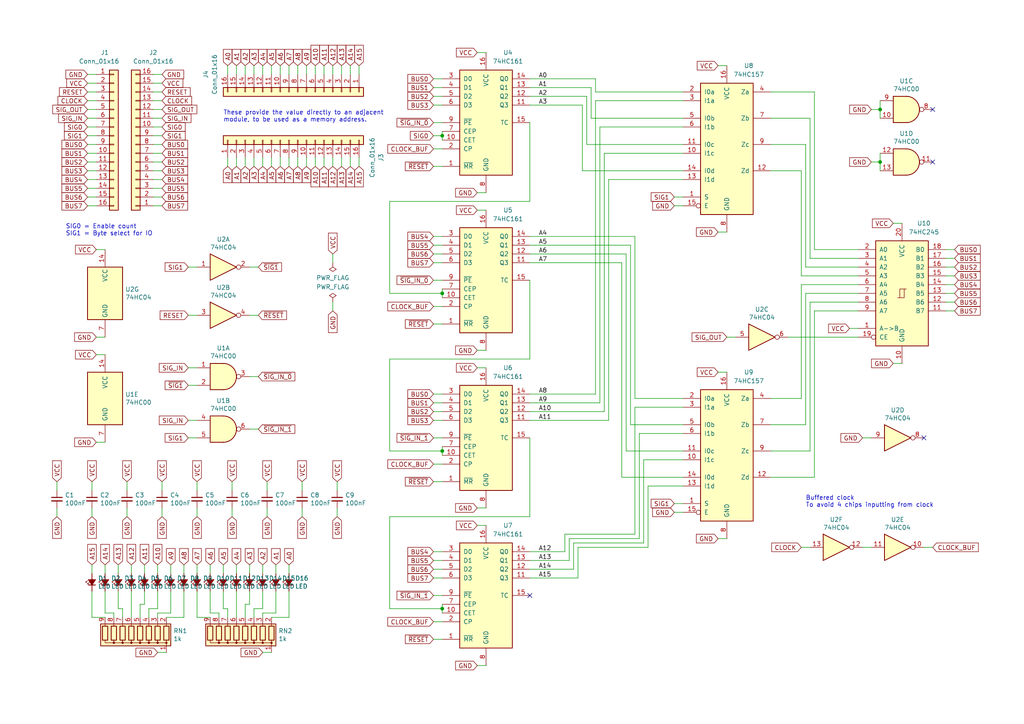
<source format=kicad_sch>
(kicad_sch (version 20230121) (generator eeschema)
  (paper "A4")
  (junction (at 128.27 39.37))
  (junction (at 255.27 31.75))
  (junction (at 128.27 130.81))
  (junction (at 128.27 176.53))
  (junction (at 255.27 46.99))
  (junction (at 128.27 85.09))
  (no_connect (at 267.97 127))
  (no_connect (at 270.51 46.99))
  (no_connect (at 270.51 31.75))
  (no_connect (at 153.67 172.72))
  (wire (pts (xy 125.73 71.12) (xy 128.27 71.12)))
  (wire (pts (xy 125.73 22.86) (xy 128.27 22.86)))
  (wire (pts (xy 167.64 167.64) (xy 167.64 158.75)))
  (wire (pts (xy 44.45 52.07) (xy 46.99 52.07)))
  (wire (pts (xy 138.43 15.24) (xy 140.97 15.24)))
  (wire (pts (xy 93.98 48.26) (xy 93.98 45.72)))
  (wire (pts (xy 44.45 34.29) (xy 46.99 34.29)))
  (wire (pts (xy 88.9 48.26) (xy 88.9 45.72)))
  (wire (pts (xy 25.4 34.29) (xy 27.94 34.29)))
  (wire (pts (xy 208.28 156.21) (xy 210.82 156.21)))
  (wire (pts (xy 73.66 21.59) (xy 73.66 19.05)))
  (wire (pts (xy 255.27 31.75) (xy 252.73 31.75)))
  (wire (pts (xy 232.41 49.53) (xy 232.41 80.01)))
  (wire (pts (xy 248.92 77.47) (xy 233.68 77.47)))
  (wire (pts (xy 44.45 49.53) (xy 46.99 49.53)))
  (wire (pts (xy 125.73 121.92) (xy 128.27 121.92)))
  (wire (pts (xy 232.41 158.75) (xy 234.95 158.75)))
  (wire (pts (xy 60.96 177.8) (xy 63.5 177.8)))
  (wire (pts (xy 128.27 86.36) (xy 128.27 85.09)))
  (wire (pts (xy 53.34 179.07) (xy 48.26 179.07)))
  (wire (pts (xy 184.15 118.11) (xy 198.12 118.11)))
  (wire (pts (xy 49.53 171.45) (xy 49.53 177.8)))
  (wire (pts (xy 76.2 163.83) (xy 76.2 166.37)))
  (wire (pts (xy 83.82 21.59) (xy 83.82 19.05)))
  (wire (pts (xy 25.4 57.15) (xy 27.94 57.15)))
  (wire (pts (xy 186.69 133.35) (xy 198.12 133.35)))
  (wire (pts (xy 128.27 130.81) (xy 113.03 130.81)))
  (wire (pts (xy 153.67 114.3) (xy 172.72 114.3)))
  (wire (pts (xy 223.52 130.81) (xy 234.95 130.81)))
  (wire (pts (xy 187.96 158.75) (xy 187.96 140.97)))
  (wire (pts (xy 66.04 48.26) (xy 66.04 45.72)))
  (wire (pts (xy 41.91 163.83) (xy 41.91 166.37)))
  (wire (pts (xy 16.51 149.86) (xy 16.51 147.32)))
  (wire (pts (xy 44.45 26.67) (xy 46.99 26.67)))
  (wire (pts (xy 97.79 139.7) (xy 97.79 142.24)))
  (wire (pts (xy 33.02 177.8) (xy 33.02 179.07)))
  (wire (pts (xy 104.14 48.26) (xy 104.14 45.72)))
  (wire (pts (xy 88.9 21.59) (xy 88.9 19.05)))
  (wire (pts (xy 153.67 116.84) (xy 173.99 116.84)))
  (wire (pts (xy 172.72 29.21) (xy 198.12 29.21)))
  (wire (pts (xy 168.91 49.53) (xy 198.12 49.53)))
  (wire (pts (xy 57.15 163.83) (xy 57.15 166.37)))
  (wire (pts (xy 184.15 154.94) (xy 184.15 118.11)))
  (wire (pts (xy 78.74 21.59) (xy 78.74 19.05)))
  (wire (pts (xy 259.08 64.77) (xy 261.62 64.77)))
  (wire (pts (xy 232.41 80.01) (xy 248.92 80.01)))
  (wire (pts (xy 44.45 54.61) (xy 46.99 54.61)))
  (wire (pts (xy 25.4 39.37) (xy 27.94 39.37)))
  (wire (pts (xy 96.52 90.17) (xy 96.52 87.63)))
  (wire (pts (xy 236.22 90.17) (xy 248.92 90.17)))
  (wire (pts (xy 99.06 48.26) (xy 99.06 45.72)))
  (wire (pts (xy 274.32 85.09) (xy 276.86 85.09)))
  (wire (pts (xy 64.77 176.53) (xy 66.04 176.53)))
  (wire (pts (xy 25.4 41.91) (xy 27.94 41.91)))
  (wire (pts (xy 125.73 172.72) (xy 128.27 172.72)))
  (wire (pts (xy 74.93 91.44) (xy 72.39 91.44)))
  (wire (pts (xy 45.72 177.8) (xy 45.72 179.07)))
  (wire (pts (xy 176.53 52.07) (xy 198.12 52.07)))
  (wire (pts (xy 172.72 22.86) (xy 172.72 26.67)))
  (wire (pts (xy 25.4 31.75) (xy 27.94 31.75)))
  (wire (pts (xy 83.82 171.45) (xy 83.82 179.07)))
  (wire (pts (xy 77.47 149.86) (xy 77.47 147.32)))
  (wire (pts (xy 44.45 24.13) (xy 46.99 24.13)))
  (wire (pts (xy 185.42 125.73) (xy 198.12 125.73)))
  (wire (pts (xy 163.83 160.02) (xy 163.83 154.94)))
  (wire (pts (xy 153.67 149.86) (xy 113.03 149.86)))
  (wire (pts (xy 187.96 140.97) (xy 198.12 140.97)))
  (wire (pts (xy 173.99 36.83) (xy 198.12 36.83)))
  (wire (pts (xy 25.4 26.67) (xy 27.94 26.67)))
  (wire (pts (xy 57.15 139.7) (xy 57.15 142.24)))
  (wire (pts (xy 45.72 163.83) (xy 45.72 166.37)))
  (wire (pts (xy 153.67 22.86) (xy 172.72 22.86)))
  (wire (pts (xy 73.66 176.53) (xy 73.66 179.07)))
  (wire (pts (xy 44.45 41.91) (xy 46.99 41.91)))
  (wire (pts (xy 71.12 175.26) (xy 71.12 179.07)))
  (wire (pts (xy 125.73 48.26) (xy 128.27 48.26)))
  (wire (pts (xy 96.52 48.26) (xy 96.52 45.72)))
  (wire (pts (xy 246.38 95.25) (xy 248.92 95.25)))
  (wire (pts (xy 213.36 97.79) (xy 210.82 97.79)))
  (wire (pts (xy 171.45 25.4) (xy 171.45 34.29)))
  (wire (pts (xy 125.73 93.98) (xy 128.27 93.98)))
  (wire (pts (xy 45.72 176.53) (xy 43.18 176.53)))
  (wire (pts (xy 76.2 177.8) (xy 76.2 179.07)))
  (wire (pts (xy 173.99 116.84) (xy 173.99 36.83)))
  (wire (pts (xy 38.1 171.45) (xy 38.1 179.07)))
  (wire (pts (xy 153.67 76.2) (xy 180.34 76.2)))
  (wire (pts (xy 101.6 21.59) (xy 101.6 19.05)))
  (wire (pts (xy 184.15 68.58) (xy 184.15 115.57)))
  (wire (pts (xy 125.73 25.4) (xy 128.27 25.4)))
  (wire (pts (xy 25.4 54.61) (xy 27.94 54.61)))
  (wire (pts (xy 234.95 74.93) (xy 248.92 74.93)))
  (wire (pts (xy 195.58 57.15) (xy 198.12 57.15)))
  (wire (pts (xy 153.67 127) (xy 153.67 149.86)))
  (wire (pts (xy 165.1 162.56) (xy 165.1 156.21)))
  (wire (pts (xy 44.45 46.99) (xy 46.99 46.99)))
  (wire (pts (xy 113.03 104.14) (xy 113.03 130.81)))
  (wire (pts (xy 232.41 115.57) (xy 232.41 82.55)))
  (wire (pts (xy 125.73 39.37) (xy 128.27 39.37)))
  (wire (pts (xy 153.67 167.64) (xy 167.64 167.64)))
  (wire (pts (xy 57.15 179.07) (xy 60.96 179.07)))
  (wire (pts (xy 125.73 27.94) (xy 128.27 27.94)))
  (wire (pts (xy 128.27 132.08) (xy 128.27 130.81)))
  (wire (pts (xy 26.67 179.07) (xy 30.48 179.07)))
  (wire (pts (xy 46.99 149.86) (xy 46.99 147.32)))
  (wire (pts (xy 125.73 76.2) (xy 128.27 76.2)))
  (wire (pts (xy 153.67 35.56) (xy 153.67 58.42)))
  (wire (pts (xy 35.56 176.53) (xy 35.56 179.07)))
  (wire (pts (xy 208.28 107.95) (xy 210.82 107.95)))
  (wire (pts (xy 165.1 156.21) (xy 185.42 156.21)))
  (wire (pts (xy 99.06 21.59) (xy 99.06 19.05)))
  (wire (pts (xy 233.68 77.47) (xy 233.68 41.91)))
  (wire (pts (xy 96.52 73.66) (xy 96.52 76.2)))
  (wire (pts (xy 274.32 87.63) (xy 276.86 87.63)))
  (wire (pts (xy 68.58 48.26) (xy 68.58 45.72)))
  (wire (pts (xy 248.92 72.39) (xy 236.22 72.39)))
  (wire (pts (xy 125.73 167.64) (xy 128.27 167.64)))
  (wire (pts (xy 34.29 176.53) (xy 35.56 176.53)))
  (wire (pts (xy 153.67 58.42) (xy 113.03 58.42)))
  (wire (pts (xy 81.28 21.59) (xy 81.28 19.05)))
  (wire (pts (xy 168.91 30.48) (xy 168.91 49.53)))
  (wire (pts (xy 64.77 171.45) (xy 64.77 176.53)))
  (wire (pts (xy 255.27 29.21) (xy 255.27 31.75)))
  (wire (pts (xy 128.27 85.09) (xy 113.03 85.09)))
  (wire (pts (xy 27.94 128.27) (xy 30.48 128.27)))
  (wire (pts (xy 26.67 163.83) (xy 26.67 166.37)))
  (wire (pts (xy 34.29 171.45) (xy 34.29 176.53)))
  (wire (pts (xy 208.28 67.31) (xy 210.82 67.31)))
  (wire (pts (xy 236.22 72.39) (xy 236.22 26.67)))
  (wire (pts (xy 45.72 189.23) (xy 48.26 189.23)))
  (wire (pts (xy 91.44 21.59) (xy 91.44 19.05)))
  (wire (pts (xy 125.73 160.02) (xy 128.27 160.02)))
  (wire (pts (xy 170.18 27.94) (xy 170.18 41.91)))
  (wire (pts (xy 54.61 121.92) (xy 57.15 121.92)))
  (wire (pts (xy 125.73 35.56) (xy 128.27 35.56)))
  (wire (pts (xy 163.83 154.94) (xy 184.15 154.94)))
  (wire (pts (xy 125.73 139.7) (xy 128.27 139.7)))
  (wire (pts (xy 73.66 48.26) (xy 73.66 45.72)))
  (wire (pts (xy 68.58 163.83) (xy 68.58 166.37)))
  (wire (pts (xy 26.67 171.45) (xy 26.67 179.07)))
  (wire (pts (xy 36.83 149.86) (xy 36.83 147.32)))
  (wire (pts (xy 232.41 82.55) (xy 248.92 82.55)))
  (wire (pts (xy 125.73 43.18) (xy 128.27 43.18)))
  (wire (pts (xy 125.73 162.56) (xy 128.27 162.56)))
  (wire (pts (xy 175.26 119.38) (xy 175.26 44.45)))
  (wire (pts (xy 26.67 149.86) (xy 26.67 147.32)))
  (wire (pts (xy 181.61 73.66) (xy 181.61 130.81)))
  (wire (pts (xy 223.52 138.43) (xy 236.22 138.43)))
  (wire (pts (xy 138.43 106.68) (xy 140.97 106.68)))
  (wire (pts (xy 76.2 176.53) (xy 73.66 176.53)))
  (wire (pts (xy 25.4 29.21) (xy 27.94 29.21)))
  (wire (pts (xy 57.15 149.86) (xy 57.15 147.32)))
  (wire (pts (xy 54.61 77.47) (xy 57.15 77.47)))
  (wire (pts (xy 53.34 163.83) (xy 53.34 166.37)))
  (wire (pts (xy 25.4 44.45) (xy 27.94 44.45)))
  (wire (pts (xy 234.95 34.29) (xy 234.95 74.93)))
  (wire (pts (xy 153.67 27.94) (xy 170.18 27.94)))
  (wire (pts (xy 30.48 177.8) (xy 33.02 177.8)))
  (wire (pts (xy 128.27 39.37) (xy 128.27 40.64)))
  (wire (pts (xy 128.27 176.53) (xy 113.03 176.53)))
  (wire (pts (xy 267.97 158.75) (xy 270.51 158.75)))
  (wire (pts (xy 57.15 171.45) (xy 57.15 179.07)))
  (wire (pts (xy 138.43 152.4) (xy 140.97 152.4)))
  (wire (pts (xy 125.73 114.3) (xy 128.27 114.3)))
  (wire (pts (xy 153.67 162.56) (xy 165.1 162.56)))
  (wire (pts (xy 76.2 48.26) (xy 76.2 45.72)))
  (wire (pts (xy 80.01 171.45) (xy 80.01 177.8)))
  (wire (pts (xy 153.67 160.02) (xy 163.83 160.02)))
  (wire (pts (xy 54.61 111.76) (xy 57.15 111.76)))
  (wire (pts (xy 27.94 97.79) (xy 30.48 97.79)))
  (wire (pts (xy 26.67 139.7) (xy 26.67 142.24)))
  (wire (pts (xy 54.61 127) (xy 57.15 127)))
  (wire (pts (xy 182.88 71.12) (xy 153.67 71.12)))
  (wire (pts (xy 44.45 21.59) (xy 46.99 21.59)))
  (wire (pts (xy 83.82 179.07) (xy 78.74 179.07)))
  (wire (pts (xy 236.22 26.67) (xy 223.52 26.67)))
  (wire (pts (xy 30.48 171.45) (xy 30.48 177.8)))
  (wire (pts (xy 83.82 48.26) (xy 83.82 45.72)))
  (wire (pts (xy 223.52 123.19) (xy 233.68 123.19)))
  (wire (pts (xy 77.47 139.7) (xy 77.47 142.24)))
  (wire (pts (xy 44.45 44.45) (xy 46.99 44.45)))
  (wire (pts (xy 274.32 77.47) (xy 276.86 77.47)))
  (wire (pts (xy 274.32 74.93) (xy 276.86 74.93)))
  (wire (pts (xy 128.27 176.53) (xy 128.27 175.26)))
  (wire (pts (xy 223.52 115.57) (xy 232.41 115.57)))
  (wire (pts (xy 228.6 97.79) (xy 248.92 97.79)))
  (wire (pts (xy 274.32 80.01) (xy 276.86 80.01)))
  (wire (pts (xy 66.04 176.53) (xy 66.04 179.07)))
  (wire (pts (xy 170.18 41.91) (xy 198.12 41.91)))
  (wire (pts (xy 41.91 171.45) (xy 41.91 175.26)))
  (wire (pts (xy 101.6 48.26) (xy 101.6 45.72)))
  (wire (pts (xy 153.67 121.92) (xy 176.53 121.92)))
  (wire (pts (xy 234.95 87.63) (xy 248.92 87.63)))
  (wire (pts (xy 43.18 176.53) (xy 43.18 179.07)))
  (wire (pts (xy 72.39 175.26) (xy 71.12 175.26)))
  (wire (pts (xy 40.64 175.26) (xy 40.64 179.07)))
  (wire (pts (xy 198.12 130.81) (xy 181.61 130.81)))
  (wire (pts (xy 27.94 72.39) (xy 30.48 72.39)))
  (wire (pts (xy 274.32 90.17) (xy 276.86 90.17)))
  (wire (pts (xy 166.37 165.1) (xy 166.37 157.48)))
  (wire (pts (xy 125.73 180.34) (xy 128.27 180.34)))
  (wire (pts (xy 153.67 68.58) (xy 184.15 68.58)))
  (wire (pts (xy 25.4 52.07) (xy 27.94 52.07)))
  (wire (pts (xy 223.52 49.53) (xy 232.41 49.53)))
  (wire (pts (xy 153.67 104.14) (xy 113.03 104.14)))
  (wire (pts (xy 80.01 177.8) (xy 76.2 177.8)))
  (wire (pts (xy 41.91 175.26) (xy 40.64 175.26)))
  (wire (pts (xy 223.52 34.29) (xy 234.95 34.29)))
  (wire (pts (xy 274.32 72.39) (xy 276.86 72.39)))
  (wire (pts (xy 138.43 193.04) (xy 140.97 193.04)))
  (wire (pts (xy 138.43 147.32) (xy 140.97 147.32)))
  (wire (pts (xy 125.73 185.42) (xy 128.27 185.42)))
  (wire (pts (xy 167.64 158.75) (xy 187.96 158.75)))
  (wire (pts (xy 128.27 39.37) (xy 128.27 38.1)))
  (wire (pts (xy 250.19 127) (xy 252.73 127)))
  (wire (pts (xy 274.32 82.55) (xy 276.86 82.55)))
  (wire (pts (xy 153.67 165.1) (xy 166.37 165.1)))
  (wire (pts (xy 87.63 139.7) (xy 87.63 142.24)))
  (wire (pts (xy 236.22 138.43) (xy 236.22 90.17)))
  (wire (pts (xy 234.95 130.81) (xy 234.95 87.63)))
  (wire (pts (xy 125.73 119.38) (xy 128.27 119.38)))
  (wire (pts (xy 36.83 139.7) (xy 36.83 142.24)))
  (wire (pts (xy 96.52 21.59) (xy 96.52 19.05)))
  (wire (pts (xy 74.93 124.46) (xy 72.39 124.46)))
  (wire (pts (xy 125.73 116.84) (xy 128.27 116.84)))
  (wire (pts (xy 83.82 163.83) (xy 83.82 166.37)))
  (wire (pts (xy 168.91 30.48) (xy 153.67 30.48)))
  (wire (pts (xy 125.73 127) (xy 128.27 127)))
  (wire (pts (xy 198.12 123.19) (xy 182.88 123.19)))
  (wire (pts (xy 176.53 121.92) (xy 176.53 52.07)))
  (wire (pts (xy 182.88 71.12) (xy 182.88 123.19)))
  (wire (pts (xy 180.34 138.43) (xy 198.12 138.43)))
  (wire (pts (xy 125.73 73.66) (xy 128.27 73.66)))
  (wire (pts (xy 76.2 21.59) (xy 76.2 19.05)))
  (wire (pts (xy 93.98 21.59) (xy 93.98 19.05)))
  (wire (pts (xy 63.5 177.8) (xy 63.5 179.07)))
  (wire (pts (xy 67.31 149.86) (xy 67.31 147.32)))
  (wire (pts (xy 34.29 163.83) (xy 34.29 166.37)))
  (wire (pts (xy 54.61 106.68) (xy 57.15 106.68)))
  (wire (pts (xy 71.12 21.59) (xy 71.12 19.05)))
  (wire (pts (xy 44.45 31.75) (xy 46.99 31.75)))
  (wire (pts (xy 125.73 68.58) (xy 128.27 68.58)))
  (wire (pts (xy 87.63 149.86) (xy 87.63 147.32)))
  (wire (pts (xy 60.96 171.45) (xy 60.96 177.8)))
  (wire (pts (xy 153.67 81.28) (xy 153.67 104.14)))
  (wire (pts (xy 76.2 171.45) (xy 76.2 176.53)))
  (wire (pts (xy 80.01 163.83) (xy 80.01 166.37)))
  (wire (pts (xy 195.58 59.69) (xy 198.12 59.69)))
  (wire (pts (xy 72.39 171.45) (xy 72.39 175.26)))
  (wire (pts (xy 49.53 177.8) (xy 45.72 177.8)))
  (wire (pts (xy 72.39 163.83) (xy 72.39 166.37)))
  (wire (pts (xy 91.44 48.26) (xy 91.44 45.72)))
  (wire (pts (xy 113.03 149.86) (xy 113.03 176.53)))
  (wire (pts (xy 25.4 49.53) (xy 27.94 49.53)))
  (wire (pts (xy 76.2 189.23) (xy 78.74 189.23)))
  (wire (pts (xy 172.72 26.67) (xy 198.12 26.67)))
  (wire (pts (xy 54.61 91.44) (xy 57.15 91.44)))
  (wire (pts (xy 125.73 81.28) (xy 128.27 81.28)))
  (wire (pts (xy 104.14 21.59) (xy 104.14 19.05)))
  (wire (pts (xy 53.34 171.45) (xy 53.34 179.07)))
  (wire (pts (xy 44.45 57.15) (xy 46.99 57.15)))
  (wire (pts (xy 27.94 102.87) (xy 30.48 102.87)))
  (wire (pts (xy 74.93 77.47) (xy 72.39 77.47)))
  (wire (pts (xy 67.31 139.7) (xy 67.31 142.24)))
  (wire (pts (xy 172.72 114.3) (xy 172.72 29.21)))
  (wire (pts (xy 255.27 31.75) (xy 255.27 34.29)))
  (wire (pts (xy 44.45 36.83) (xy 46.99 36.83)))
  (wire (pts (xy 81.28 48.26) (xy 81.28 45.72)))
  (wire (pts (xy 195.58 148.59) (xy 198.12 148.59)))
  (wire (pts (xy 233.68 85.09) (xy 248.92 85.09)))
  (wire (pts (xy 49.53 163.83) (xy 49.53 166.37)))
  (wire (pts (xy 44.45 59.69) (xy 46.99 59.69)))
  (wire (pts (xy 25.4 24.13) (xy 27.94 24.13)))
  (wire (pts (xy 255.27 46.99) (xy 252.73 46.99)))
  (wire (pts (xy 128.27 177.8) (xy 128.27 176.53)))
  (wire (pts (xy 185.42 156.21) (xy 185.42 125.73)))
  (wire (pts (xy 138.43 55.88) (xy 140.97 55.88)))
  (wire (pts (xy 86.36 48.26) (xy 86.36 45.72)))
  (wire (pts (xy 16.51 139.7) (xy 16.51 142.24)))
  (wire (pts (xy 125.73 30.48) (xy 128.27 30.48)))
  (wire (pts (xy 250.19 158.75) (xy 252.73 158.75)))
  (wire (pts (xy 125.73 88.9) (xy 128.27 88.9)))
  (wire (pts (xy 138.43 101.6) (xy 140.97 101.6)))
  (wire (pts (xy 66.04 19.05) (xy 66.04 21.59)))
  (wire (pts (xy 44.45 29.21) (xy 46.99 29.21)))
  (wire (pts (xy 181.61 73.66) (xy 153.67 73.66)))
  (wire (pts (xy 184.15 115.57) (xy 198.12 115.57)))
  (wire (pts (xy 71.12 48.26) (xy 71.12 45.72)))
  (wire (pts (xy 259.08 105.41) (xy 261.62 105.41)))
  (wire (pts (xy 64.77 163.83) (xy 64.77 166.37)))
  (wire (pts (xy 44.45 39.37) (xy 46.99 39.37)))
  (wire (pts (xy 78.74 48.26) (xy 78.74 45.72)))
  (wire (pts (xy 186.69 157.48) (xy 186.69 133.35)))
  (wire (pts (xy 166.37 157.48) (xy 186.69 157.48)))
  (wire (pts (xy 255.27 44.45) (xy 255.27 46.99)))
  (wire (pts (xy 25.4 21.59) (xy 27.94 21.59)))
  (wire (pts (xy 128.27 85.09) (xy 128.27 83.82)))
  (wire (pts (xy 25.4 36.83) (xy 27.94 36.83)))
  (wire (pts (xy 25.4 46.99) (xy 27.94 46.99)))
  (wire (pts (xy 25.4 59.69) (xy 27.94 59.69)))
  (wire (pts (xy 171.45 25.4) (xy 153.67 25.4)))
  (wire (pts (xy 86.36 21.59) (xy 86.36 19.05)))
  (wire (pts (xy 128.27 130.81) (xy 128.27 129.54)))
  (wire (pts (xy 113.03 58.42) (xy 113.03 85.09)))
  (wire (pts (xy 125.73 165.1) (xy 128.27 165.1)))
  (wire (pts (xy 125.73 134.62) (xy 128.27 134.62)))
  (wire (pts (xy 97.79 149.86) (xy 97.79 147.32)))
  (wire (pts (xy 255.27 46.99) (xy 255.27 49.53)))
  (wire (pts (xy 175.26 44.45) (xy 198.12 44.45)))
  (wire (pts (xy 38.1 163.83) (xy 38.1 166.37)))
  (wire (pts (xy 233.68 123.19) (xy 233.68 85.09)))
  (wire (pts (xy 208.28 19.05) (xy 210.82 19.05)))
  (wire (pts (xy 45.72 171.45) (xy 45.72 176.53)))
  (wire (pts (xy 30.48 163.83) (xy 30.48 166.37)))
  (wire (pts (xy 153.67 119.38) (xy 175.26 119.38)))
  (wire (pts (xy 46.99 139.7) (xy 46.99 142.24)))
  (wire (pts (xy 171.45 34.29) (xy 198.12 34.29)))
  (wire (pts (xy 138.43 60.96) (xy 140.97 60.96)))
  (wire (pts (xy 68.58 19.05) (xy 68.58 21.59)))
  (wire (pts (xy 233.68 41.91) (xy 223.52 41.91)))
  (wire (pts (xy 195.58 146.05) (xy 198.12 146.05)))
  (wire (pts (xy 68.58 171.45) (xy 68.58 179.07)))
  (wire (pts (xy 180.34 76.2) (xy 180.34 138.43)))
  (wire (pts (xy 60.96 163.83) (xy 60.96 166.37)))
  (wire (pts (xy 74.93 109.22) (xy 72.39 109.22)))
  (text "Buffered clock\nTo avoid 4 chips inputting from clock" (at 233.68 147.32 0) (effects (font (size 1.27 1.27)) (justify left bottom)))
  (text "SIG0 = Enable count\nSIG1 = Byte select for IO" (at 19.05 68.58 0) (effects (font (size 1.27 1.27)) (justify left bottom)))
  (text "These provide the value directly to an adjacent\nmodule, to be used as a memory address." (at 64.77 35.56 0) (effects (font (size 1.27 1.27)) (justify left bottom)))
  (label "A1" (at 156.21 25.4 0))
  (label "A15" (at 156.21 167.64 0))
  (label "A0" (at 156.21 22.86 0))
  (label "A12" (at 156.21 160.02 0))
  (label "A9" (at 156.21 116.84 0))
  (label "A7" (at 156.21 76.2 0))
  (label "A5" (at 156.21 71.12 0))
  (label "A14" (at 156.21 165.1 0))
  (label "A8" (at 156.21 114.3 0))
  (label "A10" (at 156.21 119.38 0))
  (label "A4" (at 156.21 68.58 0))
  (label "A11" (at 156.21 121.92 0))
  (label "A2" (at 156.21 27.94 0))
  (label "A13" (at 156.21 162.56 0))
  (label "A3" (at 156.21 30.48 0))
  (label "A6" (at 156.21 73.66 0))
  (global_label "~{SIG_IN_1}" (shape input) (at 74.93 124.46 0) (property "Intersheetrefs" "${INTERSHEET_REFS}" (effects hide)))
  (global_label "CLOCK_BUF" (shape input) (at 270.51 158.75 0) (property "Intersheetrefs" "${INTERSHEET_REFS}" (effects hide)))
  (global_label "A15" (shape input) (at 104.14 19.05 90) (property "Intersheetrefs" "${INTERSHEET_REFS}" (effects hide)))
  (global_label "GND" (shape input) (at 252.73 46.99 180) (property "Intersheetrefs" "${INTERSHEET_REFS}" (effects hide)))
  (global_label "A0" (shape input) (at 83.82 163.83 90) (property "Intersheetrefs" "${INTERSHEET_REFS}" (effects hide)))
  (global_label "BUS1" (shape input) (at 25.4 44.45 180) (property "Intersheetrefs" "${INTERSHEET_REFS}" (effects hide)))
  (global_label "BUS2" (shape input) (at 25.4 46.99 180) (property "Intersheetrefs" "${INTERSHEET_REFS}" (effects hide)))
  (global_label "~{RESET}" (shape input) (at 125.73 93.98 180) (property "Intersheetrefs" "${INTERSHEET_REFS}" (effects hide)))
  (global_label "SIG_IN" (shape input) (at 25.4 34.29 180) (property "Intersheetrefs" "${INTERSHEET_REFS}" (effects hide)))
  (global_label "GND" (shape input) (at 138.43 147.32 180) (property "Intersheetrefs" "${INTERSHEET_REFS}" (effects hide)))
  (global_label "SIG_OUT" (shape input) (at 25.4 31.75 180) (property "Intersheetrefs" "${INTERSHEET_REFS}" (effects hide)))
  (global_label "A1" (shape input) (at 80.01 163.83 90) (property "Intersheetrefs" "${INTERSHEET_REFS}" (effects hide)))
  (global_label "GND" (shape input) (at 208.28 67.31 180) (property "Intersheetrefs" "${INTERSHEET_REFS}" (effects hide)))
  (global_label "VCC" (shape input) (at 138.43 15.24 180) (property "Intersheetrefs" "${INTERSHEET_REFS}" (effects hide)))
  (global_label "A14" (shape input) (at 30.48 163.83 90) (property "Intersheetrefs" "${INTERSHEET_REFS}" (effects hide)))
  (global_label "CLOCK" (shape input) (at 232.41 158.75 180) (property "Intersheetrefs" "${INTERSHEET_REFS}" (effects hide)))
  (global_label "~{SIG1}" (shape input) (at 74.93 77.47 0) (property "Intersheetrefs" "${INTERSHEET_REFS}" (effects hide)))
  (global_label "BUS2" (shape input) (at 46.99 46.99 0) (property "Intersheetrefs" "${INTERSHEET_REFS}" (effects hide)))
  (global_label "VCC" (shape input) (at 246.38 95.25 180) (property "Intersheetrefs" "${INTERSHEET_REFS}" (effects hide)))
  (global_label "A0" (shape input) (at 66.04 48.26 270) (property "Intersheetrefs" "${INTERSHEET_REFS}" (effects hide)))
  (global_label "GND" (shape input) (at 96.52 90.17 270) (property "Intersheetrefs" "${INTERSHEET_REFS}" (effects hide)))
  (global_label "BUS7" (shape input) (at 46.99 59.69 0) (property "Intersheetrefs" "${INTERSHEET_REFS}" (effects hide)))
  (global_label "BUS5" (shape input) (at 125.73 71.12 180) (property "Intersheetrefs" "${INTERSHEET_REFS}" (effects hide)))
  (global_label "BUS6" (shape input) (at 25.4 57.15 180) (property "Intersheetrefs" "${INTERSHEET_REFS}" (effects hide)))
  (global_label "GND" (shape input) (at 46.99 21.59 0) (property "Intersheetrefs" "${INTERSHEET_REFS}" (effects hide)))
  (global_label "BUS0" (shape input) (at 276.86 72.39 0) (property "Intersheetrefs" "${INTERSHEET_REFS}" (effects hide)))
  (global_label "~{RESET}" (shape input) (at 125.73 185.42 180) (property "Intersheetrefs" "${INTERSHEET_REFS}" (effects hide)))
  (global_label "~{SIG_IN_0}" (shape input) (at 125.73 35.56 180) (property "Intersheetrefs" "${INTERSHEET_REFS}" (effects hide)))
  (global_label "GND" (shape input) (at 252.73 31.75 180) (property "Intersheetrefs" "${INTERSHEET_REFS}" (effects hide)))
  (global_label "A15" (shape input) (at 104.14 48.26 270) (property "Intersheetrefs" "${INTERSHEET_REFS}" (effects hide)))
  (global_label "GND" (shape input) (at 27.94 128.27 180) (property "Intersheetrefs" "${INTERSHEET_REFS}" (effects hide)))
  (global_label "A7" (shape input) (at 83.82 19.05 90) (property "Intersheetrefs" "${INTERSHEET_REFS}" (effects hide)))
  (global_label "CLOCK" (shape input) (at 25.4 29.21 180) (property "Intersheetrefs" "${INTERSHEET_REFS}" (effects hide)))
  (global_label "~{SIG_IN_0}" (shape input) (at 74.93 109.22 0) (property "Intersheetrefs" "${INTERSHEET_REFS}" (effects hide)))
  (global_label "BUS4" (shape input) (at 276.86 82.55 0) (property "Intersheetrefs" "${INTERSHEET_REFS}" (effects hide)))
  (global_label "SIG_IN" (shape input) (at 54.61 121.92 180) (property "Intersheetrefs" "${INTERSHEET_REFS}" (effects hide)))
  (global_label "BUS0" (shape input) (at 125.73 114.3 180) (property "Intersheetrefs" "${INTERSHEET_REFS}" (effects hide)))
  (global_label "RESET" (shape input) (at 54.61 91.44 180) (property "Intersheetrefs" "${INTERSHEET_REFS}" (effects hide)))
  (global_label "GND" (shape input) (at 67.31 149.86 270) (property "Intersheetrefs" "${INTERSHEET_REFS}" (effects hide)))
  (global_label "GND" (shape input) (at 97.79 149.86 270) (property "Intersheetrefs" "${INTERSHEET_REFS}" (effects hide)))
  (global_label "SIG_OUT" (shape input) (at 210.82 97.79 180) (property "Intersheetrefs" "${INTERSHEET_REFS}" (effects hide)))
  (global_label "A12" (shape input) (at 38.1 163.83 90) (property "Intersheetrefs" "${INTERSHEET_REFS}" (effects hide)))
  (global_label "BUS7" (shape input) (at 276.86 90.17 0) (property "Intersheetrefs" "${INTERSHEET_REFS}" (effects hide)))
  (global_label "CLOCK_BUF" (shape input) (at 125.73 180.34 180) (property "Intersheetrefs" "${INTERSHEET_REFS}" (effects hide)))
  (global_label "GND" (shape input) (at 138.43 55.88 180) (property "Intersheetrefs" "${INTERSHEET_REFS}" (effects hide)))
  (global_label "SIG1" (shape input) (at 54.61 77.47 180) (property "Intersheetrefs" "${INTERSHEET_REFS}" (effects hide)))
  (global_label "VCC" (shape input) (at 138.43 106.68 180) (property "Intersheetrefs" "${INTERSHEET_REFS}" (effects hide)))
  (global_label "SIG0" (shape input) (at 46.99 36.83 0) (property "Intersheetrefs" "${INTERSHEET_REFS}" (effects hide)))
  (global_label "GND" (shape input) (at 26.67 149.86 270) (property "Intersheetrefs" "${INTERSHEET_REFS}" (effects hide)))
  (global_label "GND" (shape input) (at 208.28 156.21 180) (property "Intersheetrefs" "${INTERSHEET_REFS}" (effects hide)))
  (global_label "~{RESET}" (shape input) (at 74.93 91.44 0) (property "Intersheetrefs" "${INTERSHEET_REFS}" (effects hide)))
  (global_label "CLOCK_BUF" (shape input) (at 125.73 43.18 180) (property "Intersheetrefs" "${INTERSHEET_REFS}" (effects hide)))
  (global_label "GND" (shape input) (at 46.99 149.86 270) (property "Intersheetrefs" "${INTERSHEET_REFS}" (effects hide)))
  (global_label "A12" (shape input) (at 96.52 19.05 90) (property "Intersheetrefs" "${INTERSHEET_REFS}" (effects hide)))
  (global_label "BUS2" (shape input) (at 276.86 77.47 0) (property "Intersheetrefs" "${INTERSHEET_REFS}" (effects hide)))
  (global_label "VCC" (shape input) (at 96.52 73.66 90) (property "Intersheetrefs" "${INTERSHEET_REFS}" (effects hide)))
  (global_label "A0" (shape input) (at 66.04 19.05 90) (property "Intersheetrefs" "${INTERSHEET_REFS}" (effects hide)))
  (global_label "SIG1" (shape input) (at 54.61 127 180) (property "Intersheetrefs" "${INTERSHEET_REFS}" (effects hide)))
  (global_label "GND" (shape input) (at 259.08 105.41 180) (property "Intersheetrefs" "${INTERSHEET_REFS}" (effects hide)))
  (global_label "A8" (shape input) (at 53.34 163.83 90) (property "Intersheetrefs" "${INTERSHEET_REFS}" (effects hide)))
  (global_label "SIG0" (shape input) (at 125.73 39.37 180) (property "Intersheetrefs" "${INTERSHEET_REFS}" (effects hide)))
  (global_label "BUS4" (shape input) (at 125.73 68.58 180) (property "Intersheetrefs" "${INTERSHEET_REFS}" (effects hide)))
  (global_label "A15" (shape input) (at 26.67 163.83 90) (property "Intersheetrefs" "${INTERSHEET_REFS}" (effects hide)))
  (global_label "A10" (shape input) (at 91.44 48.26 270) (property "Intersheetrefs" "${INTERSHEET_REFS}" (effects hide)))
  (global_label "BUS4" (shape input) (at 46.99 52.07 0) (property "Intersheetrefs" "${INTERSHEET_REFS}" (effects hide)))
  (global_label "BUS3" (shape input) (at 276.86 80.01 0) (property "Intersheetrefs" "${INTERSHEET_REFS}" (effects hide)))
  (global_label "A12" (shape input) (at 96.52 48.26 270) (property "Intersheetrefs" "${INTERSHEET_REFS}" (effects hide)))
  (global_label "BUS0" (shape input) (at 125.73 22.86 180) (property "Intersheetrefs" "${INTERSHEET_REFS}" (effects hide)))
  (global_label "A5" (shape input) (at 64.77 163.83 90) (property "Intersheetrefs" "${INTERSHEET_REFS}" (effects hide)))
  (global_label "GND" (shape input) (at 36.83 149.86 270) (property "Intersheetrefs" "${INTERSHEET_REFS}" (effects hide)))
  (global_label "VCC" (shape input) (at 138.43 152.4 180) (property "Intersheetrefs" "${INTERSHEET_REFS}" (effects hide)))
  (global_label "GND" (shape input) (at 250.19 127 180) (property "Intersheetrefs" "${INTERSHEET_REFS}" (effects hide)))
  (global_label "GND" (shape input) (at 25.4 21.59 180) (property "Intersheetrefs" "${INTERSHEET_REFS}" (effects hide)))
  (global_label "A3" (shape input) (at 73.66 19.05 90) (property "Intersheetrefs" "${INTERSHEET_REFS}" (effects hide)))
  (global_label "A2" (shape input) (at 76.2 163.83 90) (property "Intersheetrefs" "${INTERSHEET_REFS}" (effects hide)))
  (global_label "VCC" (shape input) (at 97.79 139.7 90) (property "Intersheetrefs" "${INTERSHEET_REFS}" (effects hide)))
  (global_label "A5" (shape input) (at 78.74 48.26 270) (property "Intersheetrefs" "${INTERSHEET_REFS}" (effects hide)))
  (global_label "A11" (shape input) (at 93.98 19.05 90) (property "Intersheetrefs" "${INTERSHEET_REFS}" (effects hide)))
  (global_label "BUS7" (shape input) (at 25.4 59.69 180) (property "Intersheetrefs" "${INTERSHEET_REFS}" (effects hide)))
  (global_label "VCC" (shape input) (at 57.15 139.7 90) (property "Intersheetrefs" "${INTERSHEET_REFS}" (effects hide)))
  (global_label "CLOCK_BUF" (shape input) (at 125.73 88.9 180) (property "Intersheetrefs" "${INTERSHEET_REFS}" (effects hide)))
  (global_label "A13" (shape input) (at 99.06 48.26 270) (property "Intersheetrefs" "${INTERSHEET_REFS}" (effects hide)))
  (global_label "CLOCK" (shape input) (at 46.99 29.21 0) (property "Intersheetrefs" "${INTERSHEET_REFS}" (effects hide)))
  (global_label "SIG1" (shape input) (at 25.4 39.37 180) (property "Intersheetrefs" "${INTERSHEET_REFS}" (effects hide)))
  (global_label "~{SIG1}" (shape input) (at 54.61 111.76 180) (property "Intersheetrefs" "${INTERSHEET_REFS}" (effects hide)))
  (global_label "VCC" (shape input) (at 208.28 107.95 180) (property "Intersheetrefs" "${INTERSHEET_REFS}" (effects hide)))
  (global_label "A13" (shape input) (at 99.06 19.05 90) (property "Intersheetrefs" "${INTERSHEET_REFS}" (effects hide)))
  (global_label "BUS0" (shape input) (at 46.99 41.91 0) (property "Intersheetrefs" "${INTERSHEET_REFS}" (effects hide)))
  (global_label "A3" (shape input) (at 72.39 163.83 90) (property "Intersheetrefs" "${INTERSHEET_REFS}" (effects hide)))
  (global_label "GND" (shape input) (at 138.43 101.6 180) (property "Intersheetrefs" "${INTERSHEET_REFS}" (effects hide)))
  (global_label "CLOCK_BUF" (shape input) (at 125.73 134.62 180) (property "Intersheetrefs" "${INTERSHEET_REFS}" (effects hide)))
  (global_label "BUS6" (shape input) (at 125.73 73.66 180) (property "Intersheetrefs" "${INTERSHEET_REFS}" (effects hide)))
  (global_label "VCC" (shape input) (at 77.47 139.7 90) (property "Intersheetrefs" "${INTERSHEET_REFS}" (effects hide)))
  (global_label "SIG1" (shape input) (at 46.99 39.37 0) (property "Intersheetrefs" "${INTERSHEET_REFS}" (effects hide)))
  (global_label "BUS0" (shape input) (at 25.4 41.91 180) (property "Intersheetrefs" "${INTERSHEET_REFS}" (effects hide)))
  (global_label "BUS3" (shape input) (at 125.73 30.48 180) (property "Intersheetrefs" "${INTERSHEET_REFS}" (effects hide)))
  (global_label "BUS3" (shape input) (at 125.73 121.92 180) (property "Intersheetrefs" "${INTERSHEET_REFS}" (effects hide)))
  (global_label "GND" (shape input) (at 76.2 189.23 180) (property "Intersheetrefs" "${INTERSHEET_REFS}" (effects hide)))
  (global_label "BUS3" (shape input) (at 46.99 49.53 0) (property "Intersheetrefs" "${INTERSHEET_REFS}" (effects hide)))
  (global_label "BUS1" (shape input) (at 276.86 74.93 0) (property "Intersheetrefs" "${INTERSHEET_REFS}" (effects hide)))
  (global_label "A3" (shape input) (at 73.66 48.26 270) (property "Intersheetrefs" "${INTERSHEET_REFS}" (effects hide)))
  (global_label "SIG_IN" (shape input) (at 46.99 34.29 0) (property "Intersheetrefs" "${INTERSHEET_REFS}" (effects hide)))
  (global_label "GND" (shape input) (at 195.58 148.59 180) (property "Intersheetrefs" "${INTERSHEET_REFS}" (effects hide)))
  (global_label "~{RESET}" (shape input) (at 125.73 139.7 180) (property "Intersheetrefs" "${INTERSHEET_REFS}" (effects hide)))
  (global_label "BUS3" (shape input) (at 25.4 49.53 180) (property "Intersheetrefs" "${INTERSHEET_REFS}" (effects hide)))
  (global_label "BUS5" (shape input) (at 125.73 162.56 180) (property "Intersheetrefs" "${INTERSHEET_REFS}" (effects hide)))
  (global_label "A4" (shape input) (at 76.2 19.05 90) (property "Intersheetrefs" "${INTERSHEET_REFS}" (effects hide)))
  (global_label "A5" (shape input) (at 78.74 19.05 90) (property "Intersheetrefs" "${INTERSHEET_REFS}" (effects hide)))
  (global_label "BUS4" (shape input) (at 25.4 52.07 180) (property "Intersheetrefs" "${INTERSHEET_REFS}" (effects hide)))
  (global_label "RESET" (shape input) (at 25.4 26.67 180) (property "Intersheetrefs" "${INTERSHEET_REFS}" (effects hide)))
  (global_label "A7" (shape input) (at 83.82 48.26 270) (property "Intersheetrefs" "${INTERSHEET_REFS}" (effects hide)))
  (global_label "VCC" (shape input) (at 67.31 139.7 90) (property "Intersheetrefs" "${INTERSHEET_REFS}" (effects hide)))
  (global_label "BUS6" (shape input) (at 276.86 87.63 0) (property "Intersheetrefs" "${INTERSHEET_REFS}" (effects hide)))
  (global_label "VCC" (shape input) (at 46.99 139.7 90) (property "Intersheetrefs" "${INTERSHEET_REFS}" (effects hide)))
  (global_label "A13" (shape input) (at 34.29 163.83 90) (property "Intersheetrefs" "${INTERSHEET_REFS}" (effects hide)))
  (global_label "VCC" (shape input) (at 27.94 72.39 180) (property "Intersheetrefs" "${INTERSHEET_REFS}" (effects hide)))
  (global_label "A8" (shape input) (at 86.36 48.26 270) (property "Intersheetrefs" "${INTERSHEET_REFS}" (effects hide)))
  (global_label "VCC" (shape input) (at 46.99 24.13 0) (property "Intersheetrefs" "${INTERSHEET_REFS}" (effects hide)))
  (global_label "BUS2" (shape input) (at 125.73 119.38 180) (property "Intersheetrefs" "${INTERSHEET_REFS}" (effects hide)))
  (global_label "~{SIG_IN_1}" (shape input) (at 125.73 127 180) (property "Intersheetrefs" "${INTERSHEET_REFS}" (effects hide)))
  (global_label "GND" (shape input) (at 138.43 193.04 180) (property "Intersheetrefs" "${INTERSHEET_REFS}" (effects hide)))
  (global_label "~{SIG_IN_1}" (shape input) (at 125.73 172.72 180) (property "Intersheetrefs" "${INTERSHEET_REFS}" (effects hide)))
  (global_label "VCC" (shape input) (at 36.83 139.7 90) (property "Intersheetrefs" "${INTERSHEET_REFS}" (effects hide)))
  (global_label "A2" (shape input) (at 71.12 19.05 90) (property "Intersheetrefs" "${INTERSHEET_REFS}" (effects hide)))
  (global_label "A11" (shape input) (at 93.98 48.26 270) (property "Intersheetrefs" "${INTERSHEET_REFS}" (effects hide)))
  (global_label "SIG0" (shape input) (at 25.4 36.83 180) (property "Intersheetrefs" "${INTERSHEET_REFS}" (effects hide)))
  (global_label "BUS4" (shape input) (at 125.73 160.02 180) (property "Intersheetrefs" "${INTERSHEET_REFS}" (effects hide)))
  (global_label "GND" (shape input) (at 27.94 97.79 180) (property "Intersheetrefs" "${INTERSHEET_REFS}" (effects hide)))
  (global_label "GND" (shape input) (at 77.47 149.86 270) (property "Intersheetrefs" "${INTERSHEET_REFS}" (effects hide)))
  (global_label "RESET" (shape input) (at 46.99 26.67 0) (property "Intersheetrefs" "${INTERSHEET_REFS}" (effects hide)))
  (global_label "VCC" (shape input) (at 26.67 139.7 90) (property "Intersheetrefs" "${INTERSHEET_REFS}" (effects hide)))
  (global_label "A10" (shape input) (at 45.72 163.83 90) (property "Intersheetrefs" "${INTERSHEET_REFS}" (effects hide)))
  (global_label "BUS1" (shape input) (at 125.73 25.4 180) (property "Intersheetrefs" "${INTERSHEET_REFS}" (effects hide)))
  (global_label "~{SIG_IN_0}" (shape input) (at 125.73 81.28 180) (property "Intersheetrefs" "${INTERSHEET_REFS}" (effects hide)))
  (global_label "BUS7" (shape input) (at 125.73 167.64 180) (property "Intersheetrefs" "${INTERSHEET_REFS}" (effects hide)))
  (global_label "SIG_OUT" (shape input) (at 46.99 31.75 0) (property "Intersheetrefs" "${INTERSHEET_REFS}" (effects hide)))
  (global_label "BUS1" (shape input) (at 125.73 116.84 180) (property "Intersheetrefs" "${INTERSHEET_REFS}" (effects hide)))
  (global_label "SIG_IN" (shape input) (at 54.61 106.68 180) (property "Intersheetrefs" "${INTERSHEET_REFS}" (effects hide)))
  (global_label "A14" (shape input) (at 101.6 19.05 90) (property "Intersheetrefs" "${INTERSHEET_REFS}" (effects hide)))
  (global_label "VCC" (shape input) (at 208.28 19.05 180) (property "Intersheetrefs" "${INTERSHEET_REFS}" (effects hide)))
  (global_label "A4" (shape input) (at 68.58 163.83 90) (property "Intersheetrefs" "${INTERSHEET_REFS}" (effects hide)))
  (global_label "BUS1" (shape input) (at 46.99 44.45 0) (property "Intersheetrefs" "${INTERSHEET_REFS}" (effects hide)))
  (global_label "VCC" (shape input) (at 87.63 139.7 90) (property "Intersheetrefs" "${INTERSHEET_REFS}" (effects hide)))
  (global_label "VCC" (shape input) (at 259.08 64.77 180) (property "Intersheetrefs" "${INTERSHEET_REFS}" (effects hide)))
  (global_label "A9" (shape input) (at 88.9 19.05 90) (property "Intersheetrefs" "${INTERSHEET_REFS}" (effects hide)))
  (global_label "A9" (shape input) (at 49.53 163.83 90) (property "Intersheetrefs" "${INTERSHEET_REFS}" (effects hide)))
  (global_label "BUS2" (shape input) (at 125.73 27.94 180) (property "Intersheetrefs" "${INTERSHEET_REFS}" (effects hide)))
  (global_label "VCC" (shape input) (at 25.4 24.13 180) (property "Intersheetrefs" "${INTERSHEET_REFS}" (effects hide)))
  (global_label "A7" (shape input) (at 57.15 163.83 90) (property "Intersheetrefs" "${INTERSHEET_REFS}" (effects hide)))
  (global_label "VCC" (shape input) (at 138.43 60.96 180) (property "Intersheetrefs" "${INTERSHEET_REFS}" (effects hide)))
  (global_label "A14" (shape input) (at 101.6 48.26 270) (property "Intersheetrefs" "${INTERSHEET_REFS}" (effects hide)))
  (global_label "VCC" (shape input) (at 16.51 139.7 90) (property "Intersheetrefs" "${INTERSHEET_REFS}" (effects hide)))
  (global_label "A4" (shape input) (at 76.2 48.26 270) (property "Intersheetrefs" "${INTERSHEET_REFS}" (effects hide)))
  (global_label "A1" (shape input) (at 68.58 48.26 270) (property "Intersheetrefs" "${INTERSHEET_REFS}" (effects hide)))
  (global_label "A6" (shape input) (at 60.96 163.83 90) (property "Intersheetrefs" "${INTERSHEET_REFS}" (effects hide)))
  (global_label "SIG1" (shape input) (at 195.58 57.15 180) (property "Intersheetrefs" "${INTERSHEET_REFS}" (effects hide)))
  (global_label "BUS5" (shape input) (at 25.4 54.61 180) (property "Intersheetrefs" "${INTERSHEET_REFS}" (effects hide)))
  (global_label "BUS6" (shape input) (at 46.99 57.15 0) (property "Intersheetrefs" "${INTERSHEET_REFS}" (effects hide)))
  (global_label "GND" (shape input) (at 195.58 59.69 180) (property "Intersheetrefs" "${INTERSHEET_REFS}" (effects hide)))
  (global_label "A8" (shape input) (at 86.36 19.05 90) (property "Intersheetrefs" "${INTERSHEET_REFS}" (effects hide)))
  (global_label "A9" (shape input) (at 88.9 48.26 270) (property "Intersheetrefs" "${INTERSHEET_REFS}" (effects hide)))
  (global_label "A11" (shape input) (at 41.91 163.83 90) (property "Intersheetrefs" "${INTERSHEET_REFS}" (effects hide)))
  (global_label "BUS7" (shape input) (at 125.73 76.2 180) (property "Intersheetrefs" "${INTERSHEET_REFS}" (effects hide)))
  (global_label "GND" (shape input) (at 57.15 149.86 270) (property "Intersheetrefs" "${INTERSHEET_REFS}" (effects hide)))
  (global_label "GND" (shape input) (at 87.63 149.86 270) (property "Intersheetrefs" "${INTERSHEET_REFS}" (effects hide)))
  (global_label "GND" (shape input) (at 45.72 189.23 180) (property "Intersheetrefs" "${INTERSHEET_REFS}" (effects hide)))
  (global_label "A2" (shape input) (at 71.12 48.26 270) (property "Intersheetrefs" "${INTERSHEET_REFS}" (effects hide)))
  (global_label "VCC" (shape input) (at 27.94 102.87 180) (property "Intersheetrefs" "${INTERSHEET_REFS}" (effects hide)))
  (global_label "BUS5" (shape input) (at 46.99 54.61 0) (property "Intersheetrefs" "${INTERSHEET_REFS}" (effects hide)))
  (global_label "GND" (shape input) (at 16.51 149.86 270) (property "Intersheetrefs" "${INTERSHEET_REFS}" (effects hide)))
  (global_label "A6" (shape input) (at 81.28 48.26 270) (property "Intersheetrefs" "${INTERSHEET_REFS}" (effects hide)))
  (global_label "A6" (shape input) (at 81.28 19.05 90) (property "Intersheetrefs" "${INTERSHEET_REFS}" (effects hide)))
  (global_label "A1" (shape input) (at 68.58 19.05 90) (property "Intersheetrefs" "${INTERSHEET_REFS}" (effects hide)))
  (global_label "SIG1" (shape input) (at 195.58 146.05 180) (property "Intersheetrefs" "${INTERSHEET_REFS}" (effects hide)))
  (global_label "BUS6" (shape input) (at 125.73 165.1 180) (property "Intersheetrefs" "${INTERSHEET_REFS}" (effects hide)))
  (global_label "~{RESET}" (shape input) (at 125.73 48.26 180) (property "Intersheetrefs" "${INTERSHEET_REFS}" (effects hide)))
  (global_label "A10" (shape input) (at 91.44 19.05 90) (property "Intersheetrefs" "${INTERSHEET_REFS}" (effects hide)))
  (global_label "BUS5" (shape input) (at 276.86 85.09 0) (property "Intersheetrefs" "${INTERSHEET_REFS}" (effects hide)))
  (symbol (lib_id "Connector_Generic:Conn_01x16") (at 33.02 39.37 0) (unit 1)
    (property "Reference" "J1" (at 29.21 15.24 0) (effects (justify left)))
    (property "Value" "Conn_01x16" (at 22.86 17.78 0) (effects (justify left)))
    (property "Footprint" "Connector_PinHeader_2.54mm:PinHeader_1x16_P2.54mm_Horizontal" (effects hide))
  )
  (symbol (lib_id "Connector_Generic:Conn_01x16") (at 39.37 41.91 180) (unit 1)
    (property "Reference" "J2" (at 44.45 15.24 0))
    (property "Value" "Conn_01x16" (at 44.45 17.78 0))
    (property "Footprint" "Connector_PinHeader_2.54mm:PinHeader_1x16_P2.54mm_Horizontal" (effects hide))
  )
  (symbol (lib_id "74xx:74LS161") (at 140.97 35.56 0) (unit 1)
    (property "Reference" "U4" (at 147.32 15.24 0))
    (property "Value" "74HC161" (at 147.32 17.78 0))
    (property "Footprint" "Package_DIP:DIP-16_W7.62mm" (effects hide))
    (property "Datasheet" "http://www.ti.com/lit/gpn/sn74LS161" (effects hide))
  )
  (symbol (lib_id "Connector_Generic:Conn_01x16") (at 86.36 26.67 270) (unit 1)
    (property "Reference" "J4" (at 59.69 21.59 0))
    (property "Value" "Conn_01x16" (at 62.23 21.59 0))
    (property "Footprint" "Connector_PinSocket_2.54mm:PinSocket_1x16_P2.54mm_Horizontal" (effects hide))
  )
  (symbol (lib_id "Connector_Generic:Conn_01x16") (at 83.82 40.64 90) (unit 1)
    (property "Reference" "J3" (at 110.49 45.72 0))
    (property "Value" "Conn_01x16" (at 107.95 45.72 0))
    (property "Footprint" "Connector_PinSocket_2.54mm:PinSocket_1x16_P2.54mm_Horizontal" (effects hide))
  )
  (symbol (lib_id "74xx:74LS161") (at 140.97 81.28 0) (unit 1)
    (property "Reference" "U5" (at 147.32 60.96 0))
    (property "Value" "74HC161" (at 147.32 63.5 0))
    (property "Footprint" "Package_DIP:DIP-16_W7.62mm" (effects hide))
    (property "Datasheet" "http://www.ti.com/lit/gpn/sn74LS161" (effects hide))
  )
  (symbol (lib_id "74xx:74LS161") (at 140.97 127 0) (unit 1)
    (property "Reference" "U6" (at 147.32 106.68 0))
    (property "Value" "74HC161" (at 147.32 109.22 0))
    (property "Footprint" "Package_DIP:DIP-16_W7.62mm" (effects hide))
    (property "Datasheet" "http://www.ti.com/lit/gpn/sn74LS161" (effects hide))
  )
  (symbol (lib_id "74xx:74LS161") (at 140.97 172.72 0) (unit 1)
    (property "Reference" "U7" (at 147.32 152.4 0))
    (property "Value" "74HC161" (at 147.32 154.94 0))
    (property "Footprint" "Package_DIP:DIP-16_W7.62mm" (effects hide))
    (property "Datasheet" "http://www.ti.com/lit/gpn/sn74LS161" (effects hide))
  )
  (symbol (lib_id "74xx:74LS245") (at 261.62 85.09 0) (unit 1)
    (property "Reference" "U10" (at 267.97 64.77 0))
    (property "Value" "74HC245" (at 267.97 67.31 0))
    (property "Footprint" "Package_DIP:DIP-20_W7.62mm" (effects hide))
    (property "Datasheet" "http://www.ti.com/lit/gpn/sn74LS245" (effects hide))
  )
  (symbol (lib_id "74xx:74LS157") (at 210.82 130.81 0) (unit 1)
    (property "Reference" "U9" (at 217.17 107.95 0))
    (property "Value" "74HC157" (at 217.17 110.49 0))
    (property "Footprint" "Package_DIP:DIP-16_W7.62mm" (effects hide))
    (property "Datasheet" "http://www.ti.com/lit/gpn/sn74LS157" (effects hide))
  )
  (symbol (lib_id "74xx:74LS157") (at 210.82 41.91 0) (unit 1)
    (property "Reference" "U8" (at 217.17 19.05 0))
    (property "Value" "74HC157" (at 217.17 21.59 0))
    (property "Footprint" "Package_DIP:DIP-16_W7.62mm" (effects hide))
    (property "Datasheet" "http://www.ti.com/lit/gpn/sn74LS157" (effects hide))
  )
  (symbol (lib_id "power:PWR_FLAG") (at 96.52 87.63 0) (unit 1)
    (property "Reference" "#FLG0101" (effects hide))
    (property "Value" "PWR_FLAG" (at 96.52 83.2358 0))
  )
  (symbol (lib_id "power:PWR_FLAG") (at 96.52 76.2 180) (unit 1)
    (property "Reference" "#FLG0102" (effects hide))
    (property "Value" "PWR_FLAG" (at 96.52 80.5942 0))
  )
  (symbol (lib_id "Counter-rescue:LED_Small_ALT-Device") (at 26.67 168.91 90) (unit 1)
    (property "Reference" "D1" (at 28.448 167.7416 90) (effects (justify right)))
    (property "Value" "LED" (at 28.448 170.053 90) (effects (justify right)))
    (property "Footprint" "LED_THT:LED_D3.0mm" (effects hide))
  )
  (symbol (lib_id "Counter-rescue:LED_Small_ALT-Device") (at 30.48 168.91 90) (unit 1)
    (property "Reference" "D2" (at 32.258 167.7416 90) (effects (justify right)))
    (property "Value" "LED" (at 32.258 170.053 90) (effects (justify right)))
    (property "Footprint" "LED_THT:LED_D3.0mm" (effects hide))
  )
  (symbol (lib_id "Counter-rescue:LED_Small_ALT-Device") (at 34.29 168.91 90) (unit 1)
    (property "Reference" "D3" (at 36.068 167.7416 90) (effects (justify right)))
    (property "Value" "LED" (at 36.068 170.053 90) (effects (justify right)))
    (property "Footprint" "LED_THT:LED_D3.0mm" (effects hide))
  )
  (symbol (lib_id "Counter-rescue:LED_Small_ALT-Device") (at 38.1 168.91 90) (unit 1)
    (property "Reference" "D4" (at 39.878 167.7416 90) (effects (justify right)))
    (property "Value" "LED" (at 39.878 170.053 90) (effects (justify right)))
    (property "Footprint" "LED_THT:LED_D3.0mm" (effects hide))
  )
  (symbol (lib_id "Counter-rescue:LED_Small_ALT-Device") (at 41.91 168.91 90) (unit 1)
    (property "Reference" "D5" (at 43.688 167.7416 90) (effects (justify right)))
    (property "Value" "LED" (at 43.688 170.053 90) (effects (justify right)))
    (property "Footprint" "LED_THT:LED_D3.0mm" (effects hide))
  )
  (symbol (lib_id "Counter-rescue:LED_Small_ALT-Device") (at 45.72 168.91 90) (unit 1)
    (property "Reference" "D6" (at 47.498 167.7416 90) (effects (justify right)))
    (property "Value" "LED" (at 47.498 170.053 90) (effects (justify right)))
    (property "Footprint" "LED_THT:LED_D3.0mm" (effects hide))
  )
  (symbol (lib_id "Counter-rescue:LED_Small_ALT-Device") (at 49.53 168.91 90) (unit 1)
    (property "Reference" "D7" (at 51.308 167.7416 90) (effects (justify right)))
    (property "Value" "LED" (at 51.308 170.053 90) (effects (justify right)))
    (property "Footprint" "LED_THT:LED_D3.0mm" (effects hide))
  )
  (symbol (lib_id "Counter-rescue:LED_Small_ALT-Device") (at 53.34 168.91 90) (unit 1)
    (property "Reference" "D8" (at 55.118 167.7416 90) (effects (justify right)))
    (property "Value" "LED" (at 55.118 170.053 90) (effects (justify right)))
    (property "Footprint" "LED_THT:LED_D3.0mm" (effects hide))
  )
  (symbol (lib_id "Counter-rescue:LED_Small_ALT-Device") (at 57.15 168.91 90) (unit 1)
    (property "Reference" "D9" (at 58.928 167.7416 90) (effects (justify right)))
    (property "Value" "LED" (at 58.928 170.053 90) (effects (justify right)))
    (property "Footprint" "LED_THT:LED_D3.0mm" (effects hide))
  )
  (symbol (lib_id "Counter-rescue:LED_Small_ALT-Device") (at 60.96 168.91 90) (unit 1)
    (property "Reference" "D10" (at 62.738 167.7416 90) (effects (justify right)))
    (property "Value" "LED" (at 62.738 170.053 90) (effects (justify right)))
    (property "Footprint" "LED_THT:LED_D3.0mm" (effects hide))
  )
  (symbol (lib_id "Counter-rescue:LED_Small_ALT-Device") (at 64.77 168.91 90) (unit 1)
    (property "Reference" "D11" (at 66.548 167.7416 90) (effects (justify right)))
    (property "Value" "LED" (at 66.548 170.053 90) (effects (justify right)))
    (property "Footprint" "LED_THT:LED_D3.0mm" (effects hide))
  )
  (symbol (lib_id "Counter-rescue:LED_Small_ALT-Device") (at 68.58 168.91 90) (unit 1)
    (property "Reference" "D12" (at 70.358 167.7416 90) (effects (justify right)))
    (property "Value" "LED" (at 70.358 170.053 90) (effects (justify right)))
    (property "Footprint" "LED_THT:LED_D3.0mm" (effects hide))
  )
  (symbol (lib_id "Counter-rescue:LED_Small_ALT-Device") (at 72.39 168.91 90) (unit 1)
    (property "Reference" "D13" (at 74.168 167.7416 90) (effects (justify right)))
    (property "Value" "LED" (at 74.168 170.053 90) (effects (justify right)))
    (property "Footprint" "LED_THT:LED_D3.0mm" (effects hide))
  )
  (symbol (lib_id "Counter-rescue:LED_Small_ALT-Device") (at 76.2 168.91 90) (unit 1)
    (property "Reference" "D14" (at 77.978 167.7416 90) (effects (justify right)))
    (property "Value" "LED" (at 77.978 170.053 90) (effects (justify right)))
    (property "Footprint" "LED_THT:LED_D3.0mm" (effects hide))
  )
  (symbol (lib_id "Counter-rescue:LED_Small_ALT-Device") (at 80.01 168.91 90) (unit 1)
    (property "Reference" "D15" (at 81.788 167.7416 90) (effects (justify right)))
    (property "Value" "LED" (at 81.788 170.053 90) (effects (justify right)))
    (property "Footprint" "LED_THT:LED_D3.0mm" (effects hide))
  )
  (symbol (lib_id "Counter-rescue:LED_Small_ALT-Device") (at 83.82 168.91 90) (unit 1)
    (property "Reference" "D16" (at 85.598 167.7416 90) (effects (justify right)))
    (property "Value" "LED" (at 85.598 170.053 90) (effects (justify right)))
    (property "Footprint" "LED_THT:LED_D3.0mm" (effects hide))
  )
  (symbol (lib_id "Device:R_Network08") (at 38.1 184.15 180) (unit 1)
    (property "Reference" "RN1" (at 50.292 182.9816 0) (effects (justify right)))
    (property "Value" "1k" (at 50.292 185.293 0) (effects (justify right)))
    (property "Footprint" "Resistor_THT:R_Array_SIP9" (effects hide))
    (property "Datasheet" "http://www.vishay.com/docs/31509/csc.pdf" (effects hide))
  )
  (symbol (lib_id "Device:R_Network08") (at 68.58 184.15 180) (unit 1)
    (property "Reference" "RN2" (at 80.772 182.9816 0) (effects (justify right)))
    (property "Value" "1k" (at 80.772 185.293 0) (effects (justify right)))
    (property "Footprint" "Resistor_THT:R_Array_SIP9" (effects hide))
    (property "Datasheet" "http://www.vishay.com/docs/31509/csc.pdf" (effects hide))
  )
  (symbol (lib_id "Device:C_Small") (at 16.51 144.78 0) (unit 1)
    (property "Reference" "C1" (at 18.8468 143.6116 0) (effects (justify left)))
    (property "Value" "100nF" (at 18.8468 145.923 0) (effects (justify left)))
    (property "Footprint" "Capacitor_THT:C_Disc_D4.3mm_W1.9mm_P5.00mm" (effects hide))
  )
  (symbol (lib_id "Device:C_Small") (at 26.67 144.78 0) (unit 1)
    (property "Reference" "C2" (at 29.0068 143.6116 0) (effects (justify left)))
    (property "Value" "100nF" (at 29.0068 145.923 0) (effects (justify left)))
    (property "Footprint" "Capacitor_THT:C_Disc_D4.3mm_W1.9mm_P5.00mm" (effects hide))
  )
  (symbol (lib_id "Device:C_Small") (at 36.83 144.78 0) (unit 1)
    (property "Reference" "C3" (at 39.1668 143.6116 0) (effects (justify left)))
    (property "Value" "100nF" (at 39.1668 145.923 0) (effects (justify left)))
    (property "Footprint" "Capacitor_THT:C_Disc_D4.3mm_W1.9mm_P5.00mm" (effects hide))
  )
  (symbol (lib_id "Device:C_Small") (at 46.99 144.78 0) (unit 1)
    (property "Reference" "C4" (at 49.3268 143.6116 0) (effects (justify left)))
    (property "Value" "100nF" (at 49.3268 145.923 0) (effects (justify left)))
    (property "Footprint" "Capacitor_THT:C_Disc_D4.3mm_W1.9mm_P5.00mm" (effects hide))
  )
  (symbol (lib_id "Device:C_Small") (at 57.15 144.78 0) (unit 1)
    (property "Reference" "C5" (at 59.4868 143.6116 0) (effects (justify left)))
    (property "Value" "100nF" (at 59.4868 145.923 0) (effects (justify left)))
    (property "Footprint" "Capacitor_THT:C_Disc_D4.3mm_W1.9mm_P5.00mm" (effects hide))
  )
  (symbol (lib_id "Device:C_Small") (at 67.31 144.78 0) (unit 1)
    (property "Reference" "C6" (at 69.6468 143.6116 0) (effects (justify left)))
    (property "Value" "100nF" (at 69.6468 145.923 0) (effects (justify left)))
    (property "Footprint" "Capacitor_THT:C_Disc_D4.3mm_W1.9mm_P5.00mm" (effects hide))
  )
  (symbol (lib_id "Device:C_Small") (at 77.47 144.78 0) (unit 1)
    (property "Reference" "C7" (at 79.8068 143.6116 0) (effects (justify left)))
    (property "Value" "100nF" (at 79.8068 145.923 0) (effects (justify left)))
    (property "Footprint" "Capacitor_THT:C_Disc_D4.3mm_W1.9mm_P5.00mm" (effects hide))
  )
  (symbol (lib_id "Device:C_Small") (at 87.63 144.78 0) (unit 1)
    (property "Reference" "C8" (at 89.9668 143.6116 0) (effects (justify left)))
    (property "Value" "100nF" (at 89.9668 145.923 0) (effects (justify left)))
    (property "Footprint" "Capacitor_THT:C_Disc_D4.3mm_W1.9mm_P5.00mm" (effects hide))
  )
  (symbol (lib_id "74xx:74LS00") (at 64.77 109.22 0) (unit 1)
    (property "Reference" "U1" (at 64.77 100.965 0))
    (property "Value" "74HC00" (at 64.77 103.2764 0))
    (property "Footprint" "Package_DIP:DIP-14_W7.62mm" (effects hide))
    (property "Datasheet" "http://www.ti.com/lit/gpn/sn74ls00" (effects hide))
  )
  (symbol (lib_id "74xx:74LS00") (at 64.77 124.46 0) (unit 2)
    (property "Reference" "U1" (at 64.77 116.205 0))
    (property "Value" "74HC00" (at 64.77 118.5164 0))
    (property "Footprint" "Package_DIP:DIP-14_W7.62mm" (effects hide))
    (property "Datasheet" "http://www.ti.com/lit/gpn/sn74ls00" (effects hide))
  )
  (symbol (lib_id "74xx:74LS00") (at 30.48 115.57 0) (unit 5)
    (property "Reference" "U1" (at 36.322 114.4016 0) (effects (justify left)))
    (property "Value" "74HC00" (at 36.322 116.713 0) (effects (justify left)))
    (property "Footprint" "Package_DIP:DIP-14_W7.62mm" (effects hide))
    (property "Datasheet" "http://www.ti.com/lit/gpn/sn74ls00" (effects hide))
  )
  (symbol (lib_id "Device:C_Small") (at 97.79 144.78 0) (unit 1)
    (property "Reference" "C9" (at 100.1268 143.6116 0) (effects (justify left)))
    (property "Value" "100nF" (at 100.1268 145.923 0) (effects (justify left)))
    (property "Footprint" "Capacitor_THT:C_Disc_D4.3mm_W1.9mm_P5.00mm" (effects hide))
  )
  (symbol (lib_id "74xx:74LS04") (at 30.48 85.09 0) (unit 7)
    (property "Reference" "U2" (at 36.322 83.9216 0) (effects (justify left)))
    (property "Value" "74HC04" (at 36.322 86.233 0) (effects (justify left)))
    (property "Footprint" "Package_DIP:DIP-14_W7.62mm" (effects hide))
    (property "Datasheet" "http://www.ti.com/lit/gpn/sn74LS04" (effects hide))
  )
  (symbol (lib_id "74xx:74LS04") (at 64.77 77.47 0) (unit 1)
    (property "Reference" "U2" (at 64.77 69.4182 0))
    (property "Value" "74HC04" (at 64.77 71.7296 0))
    (property "Footprint" "Package_DIP:DIP-14_W7.62mm" (effects hide))
    (property "Datasheet" "http://www.ti.com/lit/gpn/sn74LS04" (effects hide))
  )
  (symbol (lib_id "74xx:74LS04") (at 64.77 91.44 0) (unit 2)
    (property "Reference" "U2" (at 64.77 83.3882 0))
    (property "Value" "74HC04" (at 64.77 85.6996 0))
    (property "Footprint" "Package_DIP:DIP-14_W7.62mm" (effects hide))
    (property "Datasheet" "http://www.ti.com/lit/gpn/sn74LS04" (effects hide))
  )
  (symbol (lib_id "74xx:74LS04") (at 220.98 97.79 0) (unit 3)
    (property "Reference" "U2" (at 220.98 89.7382 0))
    (property "Value" "74HC04" (at 220.98 92.0496 0))
    (property "Footprint" "Package_DIP:DIP-14_W7.62mm" (effects hide))
    (property "Datasheet" "http://www.ti.com/lit/gpn/sn74LS04" (effects hide))
  )
  (symbol (lib_id "74xx:74LS04") (at 260.35 127 0) (unit 4)
    (property "Reference" "U2" (at 260.35 118.9482 0))
    (property "Value" "74HC04" (at 260.35 121.2596 0))
    (property "Footprint" "Package_DIP:DIP-14_W7.62mm" (effects hide))
    (property "Datasheet" "http://www.ti.com/lit/gpn/sn74LS04" (effects hide))
  )
  (symbol (lib_id "74xx:74LS04") (at 260.35 158.75 0) (unit 5)
    (property "Reference" "U2" (at 260.35 150.6982 0))
    (property "Value" "74HC04" (at 260.35 153.0096 0))
    (property "Footprint" "Package_DIP:DIP-14_W7.62mm" (effects hide))
    (property "Datasheet" "http://www.ti.com/lit/gpn/sn74LS04" (effects hide))
  )
  (symbol (lib_id "74xx:74LS04") (at 242.57 158.75 0) (unit 6)
    (property "Reference" "U2" (at 242.57 150.6982 0))
    (property "Value" "74HC04" (at 242.57 153.0096 0))
    (property "Footprint" "Package_DIP:DIP-14_W7.62mm" (effects hide))
    (property "Datasheet" "http://www.ti.com/lit/gpn/sn74LS04" (effects hide))
  )
  (symbol (lib_id "74xx:74LS00") (at 262.89 31.75 0) (unit 3)
    (property "Reference" "U1" (at 262.89 23.495 0))
    (property "Value" "74HC00" (at 262.89 25.8064 0))
    (property "Footprint" "Package_DIP:DIP-14_W7.62mm" (effects hide))
    (property "Datasheet" "http://www.ti.com/lit/gpn/sn74ls00" (effects hide))
  )
  (symbol (lib_id "74xx:74LS00") (at 262.89 46.99 0) (unit 4)
    (property "Reference" "U1" (at 262.89 38.735 0))
    (property "Value" "74HC00" (at 262.89 41.0464 0))
    (property "Footprint" "Package_DIP:DIP-14_W7.62mm" (effects hide))
    (property "Datasheet" "http://www.ti.com/lit/gpn/sn74ls00" (effects hide))
  )
)
</source>
